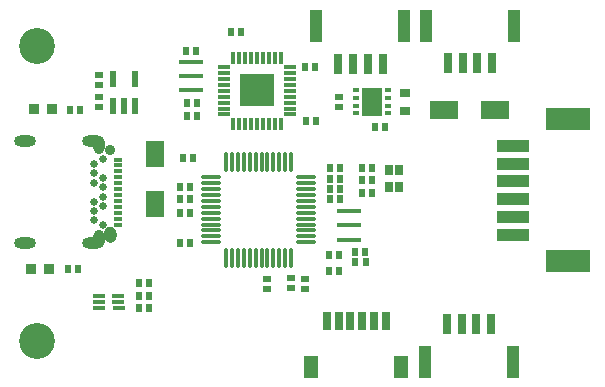
<source format=gts>
G04*
G04 #@! TF.GenerationSoftware,Altium Limited,Altium Designer,21.6.1 (37)*
G04*
G04 Layer_Color=8388736*
%FSLAX44Y44*%
%MOMM*%
G71*
G04*
G04 #@! TF.SameCoordinates,DC89937C-EDCF-4B7D-9BD6-CFD29AA7FDD7*
G04*
G04*
G04 #@! TF.FilePolarity,Negative*
G04*
G01*
G75*
%ADD44R,2.8500X2.7750*%
%ADD45R,2.0400X0.4400*%
%ADD46R,0.3000X1.1200*%
%ADD47R,1.1200X0.3000*%
%ADD48R,1.2400X1.8400*%
%ADD49R,0.6400X1.5900*%
%ADD50R,0.6000X0.6400*%
%ADD51R,0.7500X0.9500*%
%ADD52R,0.6500X0.9500*%
%ADD53R,0.5800X0.6400*%
%ADD54R,1.0400X2.7400*%
%ADD55R,0.6400X1.7400*%
%ADD56R,0.6400X0.6000*%
%ADD57R,0.6400X0.5800*%
%ADD58R,1.5400X2.1600*%
%ADD59R,3.8400X1.8400*%
%ADD60R,2.7400X1.0400*%
%ADD61R,2.3700X1.6000*%
%ADD62R,0.5988X1.3608*%
%ADD63R,0.8400X0.8400*%
%ADD64R,0.9400X0.7400*%
%ADD65R,0.5650X0.3400*%
%ADD66R,1.6900X2.4900*%
%ADD67O,0.3245X1.8400*%
%ADD68O,1.8400X0.3245*%
%ADD69R,1.0400X0.3245*%
%ADD70R,0.7400X0.3600*%
%ADD71C,3.0400*%
%ADD72O,1.8400X0.9400*%
%ADD73C,0.6400*%
%ADD74O,0.9400X1.5400*%
%ADD75C,0.8900*%
G36*
X67471Y88251D02*
X67386Y87709D01*
X67243Y87178D01*
X67046Y86665D01*
X66797Y86175D01*
X66498Y85714D01*
X66152Y85287D01*
X65763Y84899D01*
X65336Y84553D01*
X64875Y84253D01*
X64386Y84004D01*
X63872Y83807D01*
X63342Y83665D01*
X62799Y83579D01*
X62250Y83550D01*
X61701Y83579D01*
X61159Y83665D01*
X60628Y83807D01*
X60115Y84004D01*
X59625Y84253D01*
X59164Y84553D01*
X58737Y84899D01*
X58349Y85287D01*
X58003Y85714D01*
X57704Y86175D01*
X57454Y86665D01*
X57257Y87178D01*
X57115Y87709D01*
X57029Y88251D01*
X57000Y88800D01*
Y91800D01*
X57029Y92349D01*
X57115Y92892D01*
X57257Y93422D01*
X57454Y93935D01*
X57704Y94425D01*
X58003Y94886D01*
X58349Y95313D01*
X58737Y95702D01*
X59164Y96047D01*
X59625Y96347D01*
X60115Y96596D01*
X60628Y96793D01*
X61159Y96935D01*
X61701Y97021D01*
X62250Y97050D01*
X62799Y97021D01*
X63342Y96935D01*
X63872Y96793D01*
X64386Y96596D01*
X64875Y96347D01*
X65336Y96047D01*
X65763Y95702D01*
X66152Y95313D01*
X66498Y94886D01*
X66797Y94425D01*
X67046Y93935D01*
X67243Y93422D01*
X67386Y92892D01*
X67471Y92349D01*
X67500Y91800D01*
Y88800D01*
X67471Y88251D01*
D02*
G37*
D44*
X186500Y212375D02*
D03*
D45*
X130750Y212500D02*
D03*
Y224500D02*
D03*
Y236500D02*
D03*
X264250Y110000D02*
D03*
Y98000D02*
D03*
Y86000D02*
D03*
D46*
X166500Y240150D02*
D03*
Y183850D02*
D03*
X171500Y240150D02*
D03*
X176500D02*
D03*
X181500D02*
D03*
X186500D02*
D03*
X191500D02*
D03*
X196500D02*
D03*
X201500D02*
D03*
X206500D02*
D03*
Y183850D02*
D03*
X201500D02*
D03*
X196500D02*
D03*
X191500D02*
D03*
X186500D02*
D03*
X181500D02*
D03*
X176500D02*
D03*
X171500D02*
D03*
D47*
X214650Y232000D02*
D03*
Y227000D02*
D03*
Y222000D02*
D03*
Y217000D02*
D03*
Y212000D02*
D03*
Y207000D02*
D03*
Y202000D02*
D03*
Y197000D02*
D03*
Y192000D02*
D03*
X158350D02*
D03*
Y197000D02*
D03*
Y202000D02*
D03*
Y207000D02*
D03*
Y212000D02*
D03*
Y217000D02*
D03*
Y222000D02*
D03*
Y227000D02*
D03*
Y232000D02*
D03*
D48*
X308500Y-21500D02*
D03*
X232500D02*
D03*
D49*
X285500Y17250D02*
D03*
X275500D02*
D03*
X265500D02*
D03*
X255500D02*
D03*
X245500D02*
D03*
X295500D02*
D03*
D50*
X275400Y125500D02*
D03*
X284100D02*
D03*
X275400Y136500D02*
D03*
X284100D02*
D03*
X275400Y146500D02*
D03*
X284100D02*
D03*
X36600Y195750D02*
D03*
X27900D02*
D03*
X35100Y61250D02*
D03*
X26400D02*
D03*
X86150Y49500D02*
D03*
X94850D02*
D03*
X86650Y38500D02*
D03*
X95350D02*
D03*
X86650Y28250D02*
D03*
X95350D02*
D03*
X129850Y108250D02*
D03*
X121150D02*
D03*
X269400Y75750D02*
D03*
X278100D02*
D03*
X121150Y131000D02*
D03*
X129850D02*
D03*
X120900Y120000D02*
D03*
X129600D02*
D03*
X269650Y67000D02*
D03*
X278350D02*
D03*
X257100Y137750D02*
D03*
X248400D02*
D03*
X257100Y147000D02*
D03*
X248400D02*
D03*
X257100Y120000D02*
D03*
X248400D02*
D03*
X247150Y72750D02*
D03*
X255850D02*
D03*
X135600Y202000D02*
D03*
X126900D02*
D03*
X164150Y262000D02*
D03*
X172850D02*
D03*
D51*
X298000Y145000D02*
D03*
Y130500D02*
D03*
D52*
X306500Y145000D02*
D03*
Y130500D02*
D03*
D53*
X132070Y155250D02*
D03*
X123430D02*
D03*
X295070Y181250D02*
D03*
X286430D02*
D03*
X129820Y83000D02*
D03*
X121180D02*
D03*
X247180Y59500D02*
D03*
X255820D02*
D03*
X248430Y128500D02*
D03*
X257070D02*
D03*
X226930Y232000D02*
D03*
X235570D02*
D03*
X135820Y190500D02*
D03*
X127180D02*
D03*
X135070Y246000D02*
D03*
X126430D02*
D03*
X227930Y186250D02*
D03*
X236570D02*
D03*
D54*
X236750Y267000D02*
D03*
X311250D02*
D03*
X403250Y-17250D02*
D03*
X328750D02*
D03*
X329500Y267250D02*
D03*
X404001D02*
D03*
D55*
X255250Y235000D02*
D03*
X267750D02*
D03*
X292750D02*
D03*
X280250D02*
D03*
X384750Y14750D02*
D03*
X372250D02*
D03*
X347250D02*
D03*
X359750D02*
D03*
X348000Y235250D02*
D03*
X360500D02*
D03*
X385500D02*
D03*
X373000D02*
D03*
D56*
X195000Y53100D02*
D03*
Y44400D02*
D03*
X227000D02*
D03*
Y53100D02*
D03*
D57*
X215500Y53320D02*
D03*
Y44680D02*
D03*
X52250Y225820D02*
D03*
Y217180D02*
D03*
X52250Y197930D02*
D03*
Y206570D02*
D03*
X255750Y198180D02*
D03*
Y206820D02*
D03*
D58*
X99750Y116600D02*
D03*
Y158900D02*
D03*
D59*
X450000Y187750D02*
D03*
Y67750D02*
D03*
D60*
X403000Y165250D02*
D03*
Y150250D02*
D03*
Y135250D02*
D03*
Y120250D02*
D03*
Y105250D02*
D03*
Y90250D02*
D03*
D61*
X387650Y195500D02*
D03*
X344850D02*
D03*
D62*
X64352Y222434D02*
D03*
X83148D02*
D03*
Y199066D02*
D03*
X73750D02*
D03*
X64352D02*
D03*
D63*
X12500Y196250D02*
D03*
X-2500D02*
D03*
X-5000Y61000D02*
D03*
X10000D02*
D03*
D64*
X311500Y210250D02*
D03*
Y195250D02*
D03*
D65*
X297125Y206000D02*
D03*
Y199500D02*
D03*
Y212500D02*
D03*
Y193000D02*
D03*
X269875Y212500D02*
D03*
Y206000D02*
D03*
Y199500D02*
D03*
Y193000D02*
D03*
D66*
X283500Y202750D02*
D03*
D67*
X215250Y70750D02*
D03*
X210250D02*
D03*
X205250D02*
D03*
X200250D02*
D03*
X195250D02*
D03*
X190250D02*
D03*
X185250D02*
D03*
X180250D02*
D03*
X175250D02*
D03*
X170250D02*
D03*
X165250D02*
D03*
X160250D02*
D03*
Y151750D02*
D03*
X165250D02*
D03*
X170250D02*
D03*
X175250D02*
D03*
X180250D02*
D03*
X185250D02*
D03*
X190250D02*
D03*
X195250D02*
D03*
X200250D02*
D03*
X205250D02*
D03*
X210250D02*
D03*
X215250D02*
D03*
D68*
X147250Y83750D02*
D03*
Y88750D02*
D03*
Y93750D02*
D03*
Y98750D02*
D03*
Y103750D02*
D03*
Y108750D02*
D03*
Y113750D02*
D03*
Y118750D02*
D03*
Y123750D02*
D03*
Y128750D02*
D03*
Y133750D02*
D03*
Y138750D02*
D03*
X228250D02*
D03*
Y133750D02*
D03*
Y128750D02*
D03*
Y123750D02*
D03*
Y118750D02*
D03*
Y113750D02*
D03*
Y108750D02*
D03*
Y103750D02*
D03*
Y98750D02*
D03*
Y93750D02*
D03*
Y88750D02*
D03*
Y83750D02*
D03*
D69*
X69000Y38500D02*
D03*
Y33500D02*
D03*
X69838Y28476D02*
D03*
X52566D02*
D03*
X53000Y33500D02*
D03*
Y38500D02*
D03*
D70*
X68850Y98800D02*
D03*
Y103800D02*
D03*
Y108800D02*
D03*
Y113800D02*
D03*
Y118800D02*
D03*
Y123800D02*
D03*
Y128800D02*
D03*
Y133800D02*
D03*
Y138800D02*
D03*
Y143800D02*
D03*
Y148800D02*
D03*
Y153800D02*
D03*
D71*
X0Y250000D02*
D03*
Y0D02*
D03*
D72*
X-9750Y83000D02*
D03*
Y169600D02*
D03*
X47250Y83000D02*
D03*
Y169600D02*
D03*
D73*
X48750Y102300D02*
D03*
Y110300D02*
D03*
Y118300D02*
D03*
Y150300D02*
D03*
Y142300D02*
D03*
Y134300D02*
D03*
X55750Y98300D02*
D03*
Y114300D02*
D03*
Y122300D02*
D03*
Y154300D02*
D03*
Y138300D02*
D03*
Y130300D02*
D03*
D74*
X52250Y166350D02*
D03*
Y86250D02*
D03*
D75*
X62250Y90300D02*
D03*
Y162300D02*
D03*
M02*

</source>
